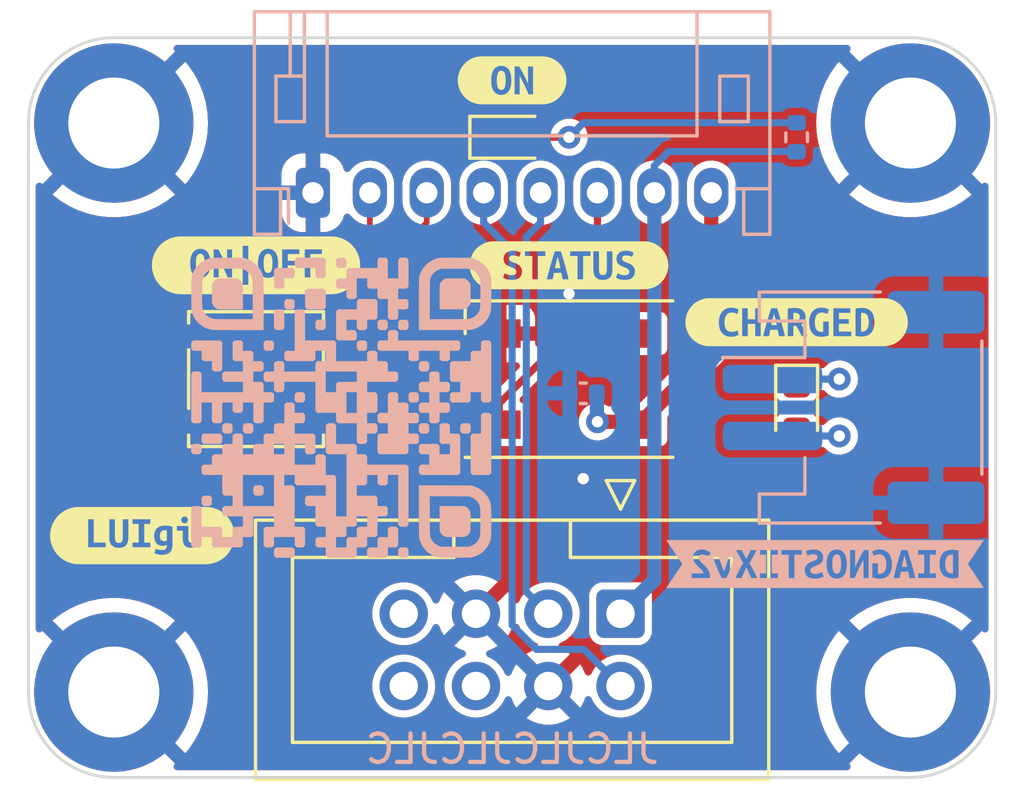
<source format=kicad_pcb>
(kicad_pcb (version 20211014) (generator pcbnew)
  (layers (0 "F.Cu" signal) (31 "B.Cu" signal) (34 "B.Paste" user) (35 "F.Paste" user) (36 "B.SilkS" user "B.Silkscreen") (37 "F.SilkS" user "F.Silkscreen") (38 "B.Mask" user) (39 "F.Mask" user) (44 "Edge.Cuts" user))
  (net 0 "")
  (net 1 "+4V")
  (net 2 "GND")
  (net 3 "/HV_LED-")
  (net 4 "/HV_LED+")
  (net 5 "Net-(D102-Pad2)")
  (net 6 "/LED")
  (net 8 "/SW+")
  (net 9 "/SW-")
  (net 10 "/SCL")
  (net 11 "/SDA")
  (net 12 "+3V3")
  (footprint "kibuzzard-634D60CF" (layer "F.Cu") (at 184 68.5)
    (fp_text reference "kibuzzard-634D60CF" hide)
    (fp_text value "G***" hide)
  )
  (footprint "Button_Switch_SMD:SW_SPST_TL3305A" (layer "F.Cu") (at 175 79 180)
    (fp_text reference "SW101" hide)
    (fp_text value "SW_Push" hide)
    (pad "1" smd rect (at 3.6 -1.5 180) (size 1.6 1.4) (layers "F.Cu" "F.Paste" "F.Mask") (net 9 "/SW-"))
    (pad "1" smd rect (at -3.6 -1.5 180) (size 1.6 1.4) (layers "F.Cu" "F.Paste" "F.Mask") (net 9 "/SW-"))
    (pad "2" smd rect (at 3.6 1.5 180) (size 1.6 1.4) (layers "F.Cu" "F.Paste" "F.Mask") (net 8 "/SW+"))
    (pad "2" smd rect (at -3.6 1.5 180) (size 1.6 1.4) (layers "F.Cu" "F.Paste" "F.Mask") (net 8 "/SW+"))
  )
  (footprint "LED_SMD:LED_SK6812_PLCC4_5.0x5.0mm_P3.2mm" (layer "F.Cu") (at 186 79 180)
    (fp_text reference "D103" hide)
    (fp_text value "SK6812" hide)
    (pad "1" smd rect (at 2.45 1.6 180) (size 1.5 1) (layers "F.Cu" "F.Paste" "F.Mask") (net 2 "GND"))
    (pad "2" smd rect (at 2.45 -1.6 180) (size 1.5 1) (layers "F.Cu" "F.Paste" "F.Mask") (net 6 "/LED"))
    (pad "3" smd rect (at -2.45 -1.6 180) (size 1.5 1) (layers "F.Cu" "F.Paste" "F.Mask") (net 1 "+4V"))
    (pad "4" smd rect (at -2.45 1.6 180) (size 1.5 1) (layers "F.Cu" "F.Paste" "F.Mask"))
  )
  (footprint "kibuzzard-634D607E" (layer "F.Cu") (at 186 75)
    (fp_text reference "kibuzzard-634D607E" hide)
    (fp_text value "G***" hide)
  )
  (footprint "MountingHole:MountingHole_3.2mm_M3_DIN965_Pad" (layer "F.Cu") (at 198 70)
    (fp_text reference "H104" hide)
    (fp_text value "MountingHole_Pad" hide)
    (pad "1" thru_hole circle (at 0 0) (size 5.6 5.6) (drill 3.2) (layers *.Cu *.Mask) (net 2 "GND"))
  )
  (footprint "Connector_IDC:IDC-Header_2x04_P2.54mm_Vertical" (layer "F.Cu") (at 187.81 87.2475 -90)
    (fp_text reference "J103" hide)
    (fp_text value "Conn_02x04_Counter_Clockwise" hide)
    (pad "1" thru_hole roundrect (at 0 0 270) (size 1.7 1.7) (drill 1) (layers *.Cu *.Mask) (roundrect_rratio 0.1470588235) (net 12 "+3V3"))
    (pad "2" thru_hole circle (at 2.54 0 270) (size 1.7 1.7) (drill 1) (layers *.Cu *.Mask) (net 10 "/SCL"))
    (pad "3" thru_hole circle (at 0 2.54 270) (size 1.7 1.7) (drill 1) (layers *.Cu *.Mask) (net 11 "/SDA"))
    (pad "4" thru_hole circle (at 2.54 2.54 270) (size 1.7 1.7) (drill 1) (layers *.Cu *.Mask) (net 2 "GND"))
    (pad "5" thru_hole circle (at 0 5.08 270) (size 1.7 1.7) (drill 1) (layers *.Cu *.Mask) (net 2 "GND"))
    (pad "6" thru_hole circle (at 2.54 5.08 270) (size 1.7 1.7) (drill 1) (layers *.Cu *.Mask))
    (pad "7" thru_hole circle (at 0 7.62 270) (size 1.7 1.7) (drill 1) (layers *.Cu *.Mask))
    (pad "8" thru_hole circle (at 2.54 7.62 270) (size 1.7 1.7) (drill 1) (layers *.Cu *.Mask))
  )
  (footprint "kibuzzard-634D6074" (layer "F.Cu") (at 175 75)
    (fp_text reference "kibuzzard-634D6074" hide)
    (fp_text value "G***" hide)
  )
  (footprint "LED_SMD:LED_0603_1608Metric" (layer "F.Cu") (at 194 80 -90)
    (fp_text reference "D101" hide)
    (fp_text value "LED" hide)
    (pad "1" smd roundrect (at -0.7875 0 270) (size 0.875 0.95) (layers "F.Cu" "F.Paste" "F.Mask") (net 3 "/HV_LED-"))
    (pad "2" smd roundrect (at 0.7875 0 270) (size 0.875 0.95) (layers "F.Cu" "F.Paste" "F.Mask") (net 4 "/HV_LED+"))
  )
  (footprint "MountingHole:MountingHole_3.2mm_M3_DIN965_Pad" (layer "F.Cu") (at 170 70)
    (fp_text reference "H102" hide)
    (fp_text value "MountingHole_Pad" hide)
    (pad "1" thru_hole circle (at 0 0) (size 5.6 5.6) (drill 3.2) (layers *.Cu *.Mask) (net 2 "GND"))
  )
  (footprint "MountingHole:MountingHole_3.2mm_M3_DIN965_Pad" (layer "F.Cu") (at 198 90)
    (fp_text reference "H103" hide)
    (fp_text value "MountingHole_Pad" hide)
    (pad "1" thru_hole circle (at 0 0) (size 5.6 5.6) (drill 3.2) (layers *.Cu *.Mask) (net 2 "GND"))
  )
  (footprint "kibuzzard-634D6139" (layer "F.Cu") (at 171 84.5)
    (fp_text reference "kibuzzard-634D6139" hide)
    (fp_text value "G***" hide)
  )
  (footprint "MountingHole:MountingHole_3.2mm_M3_DIN965_Pad" (layer "F.Cu") (at 170 90)
    (fp_text reference "H101" hide)
    (fp_text value "MountingHole_Pad" hide)
    (pad "1" thru_hole circle (at 0 0) (size 5.6 5.6) (drill 3.2) (layers *.Cu *.Mask) (net 2 "GND"))
  )
  (footprint "LED_SMD:LED_0603_1608Metric" (layer "F.Cu") (at 184 70.5)
    (fp_text reference "D102" hide)
    (fp_text value "LED" hide)
    (pad "1" smd roundrect (at -0.7875 0) (size 0.875 0.95) (layers "F.Cu" "F.Paste" "F.Mask") (net 2 "GND"))
    (pad "2" smd roundrect (at 0.7875 0) (size 0.875 0.95) (layers "F.Cu" "F.Paste" "F.Mask") (net 5 "Net-(D102-Pad2)"))
  )
  (footprint "kibuzzard-634D60B1" (layer "F.Cu") (at 194 77)
    (fp_text reference "kibuzzard-634D60B1" hide)
    (fp_text value "G***" hide)
  )
  (footprint "LOGO" (layer "B.Cu") (at 178 80 180)
    (fp_text reference "G***" hide)
    (fp_text value "LOGO" hide)
  )
  (footprint "Capacitor_SMD:C_0402_1005Metric" (layer "B.Cu") (at 186.5 79.5 180)
    (fp_text reference "C101" hide)
    (fp_text value "100n" hide)
    (pad "1" smd roundrect (at -0.48 0 180) (size 0.56 0.62) (layers "B.Cu" "B.Paste" "B.Mask") (net 1 "+4V"))
    (pad "2" smd roundrect (at 0.48 0 180) (size 0.56 0.62) (layers "B.Cu" "B.Paste" "B.Mask") (net 2 "GND"))
  )
  (footprint "Connector_JST:JST_PH_S8B-PH-K_1x08_P2.00mm_Horizontal" (layer "B.Cu") (at 177 72.45)
    (fp_text reference "J102" hide)
    (fp_text value "Conn_01x08" hide)
    (pad "1" thru_hole roundrect (at 0 0) (size 1.2 1.75) (drill 0.75) (layers *.Cu *.Mask) (roundrect_rratio 0.2083333333) (net 2 "GND"))
    (pad "2" thru_hole oval (at 2 0) (size 1.2 1.75) (drill 0.75) (layers *.Cu *.Mask) (net 8 "/SW+"))
    (pad "3" thru_hole oval (at 4 0) (size 1.2 1.75) (drill 0.75) (layers *.Cu *.Mask) (net 9 "/SW-"))
    (pad "4" thru_hole oval (at 6 0) (size 1.2 1.75) (drill 0.75) (layers *.Cu *.Mask) (net 10 "/SCL"))
    (pad "5" thru_hole oval (at 8 0) (size 1.2 1.75) (drill 0.75) (layers *.Cu *.Mask) (net 11 "/SDA"))
    (pad "6" thru_hole oval (at 10 0) (size 1.2 1.75) (drill 0.75) (layers *.Cu *.Mask) (net 6 "/LED"))
    (pad "7" thru_hole oval (at 12 0) (size 1.2 1.75) (drill 0.75) (layers *.Cu *.Mask) (net 12 "+3V3"))
    (pad "8" thru_hole oval (at 14 0) (size 1.2 1.75) (drill 0.75) (layers *.Cu *.Mask) (net 1 "+4V"))
  )
  (footprint "Connector_JST:JST_PH_S2B-PH-SM4-TB_1x02-1MP_P2.00mm_Horizontal" (layer "B.Cu") (at 196 80 -90)
    (fp_text reference "J101" hide)
    (fp_text value "Conn_01x02_MountingPin" hide)
    (pad "1" smd roundrect (at -1 2.85 270) (size 1 3.5) (layers "B.Cu" "B.Paste" "B.Mask") (net 3 "/HV_LED-"))
    (pad "2" smd roundrect (at 1 2.85 270) (size 1 3.5) (layers "B.Cu" "B.Paste" "B.Mask") (net 4 "/HV_LED+"))
    (pad "MP" smd roundrect (at -3.35 -2.9 270) (size 1.5 3.4) (layers "B.Cu" "B.Paste" "B.Mask") (roundrect_rratio 0.1666673333) (net 2 "GND"))
    (pad "MP" smd roundrect (at 3.35 -2.9 270) (size 1.5 3.4) (layers "B.Cu" "B.Paste" "B.Mask") (roundrect_rratio 0.1666673333) (net 2 "GND"))
  )
  (footprint "kibuzzard-634D6434" (layer "B.Cu") (at 195 85.5 180)
    (fp_text reference "kibuzzard-634D6434" hide)
    (fp_text value "G***" hide)
  )
  (footprint "Resistor_SMD:R_0402_1005Metric" (layer "B.Cu") (at 194 70.5 90)
    (fp_text reference "R101" hide)
    (fp_text value "100R" hide)
    (pad "1" smd roundrect (at -0.51 0 90) (size 0.54 0.64) (layers "B.Cu" "B.Paste" "B.Mask") (net 12 "+3V3"))
    (pad "2" smd roundrect (at 0.51 0 90) (size 0.54 0.64) (layers "B.Cu" "B.Paste" "B.Mask") (net 5 "Net-(D102-Pad2)"))
  )
  (gr_line (start 198 93) (end 170 93) (layer "Edge.Cuts") (width 0.1))
  (gr_line (start 201 70) (end 201 90) (layer "Edge.Cuts") (width 0.1))
  (gr_arc (start 201 90) (mid 200.12132 92.12132) (end 198 93) (layer "Edge.Cuts") (width 0.1))
  (gr_arc (start 167 70) (mid 167.87868 67.87868) (end 170 67) (layer "Edge.Cuts") (width 0.1))
  (gr_line (start 170 67) (end 198 67) (layer "Edge.Cuts") (width 0.1))
  (gr_arc (start 198 67) (mid 200.12132 67.87868) (end 201 70) (layer "Edge.Cuts") (width 0.1))
  (gr_line (start 167 90) (end 167 70) (layer "Edge.Cuts") (width 0.1))
  (gr_arc (start 170 93) (mid 167.87868 92.12132) (end 167 90) (layer "Edge.Cuts") (width 0.1))
  (gr_text "JLCJLCJLCJLC" (at 184 92) (layer "B.SilkS") (effects (font (size 1 1)) (justify mirror)))
  (segment (start 191 78.05) (end 191 72.45) (width 0.5) (layer "F.Cu") (net 1))
  (segment (start 188.35 80.5) (end 188.45 80.6) (width 0.5) (layer "F.Cu") (net 1))
  (segment (start 187 80.5) (end 188.35 80.5) (width 0.5) (layer "F.Cu") (net 1))
  (segment (start 188.45 80.6) (end 191 78.05) (width 0.5) (layer "F.Cu") (net 1))
  (via (at 187 80.5) (size 0.8) (drill 0.4) (layers "F.Cu" "B.Cu") (net 1))
  (segment (start 186.98 80.48) (end 187 80.5) (width 0.5) (layer "B.Cu") (net 1))
  (segment (start 186.98 79.5) (end 186.98 80.48) (width 0.5) (layer "B.Cu") (net 1))
  (via (at 186 76) (size 0.8) (drill 0.4) (layers "F.Cu" "B.Cu") (net 2))
  (via (at 186.5 82.5) (size 0.8) (drill 0.4) (layers "F.Cu" "B.Cu") (net 2))
  (segment (start 195.5 79) (end 194.2125 79) (width 0.25) (layer "F.Cu") (net 3))
  (segment (start 194.2125 79) (end 194 79.2125) (width 0.25) (layer "F.Cu") (net 3))
  (via (at 195.5 79) (size 0.8) (drill 0.4) (layers "F.Cu" "B.Cu") (net 3))
  (segment (start 195.5 79) (end 193.15 79) (width 0.25) (layer "B.Cu") (net 3))
  (segment (start 195.5 81) (end 194.2125 81) (width 0.25) (layer "F.Cu") (net 4))
  (segment (start 194.2125 81) (end 194 80.7875) (width 0.25) (layer "F.Cu") (net 4))
  (via (at 195.5 81) (size 0.8) (drill 0.4) (layers "F.Cu" "B.Cu") (net 4))
  (segment (start 195.5 81) (end 193.15 81) (width 0.25) (layer "B.Cu") (net 4))
  (segment (start 186 70.5) (end 184.7875 70.5) (width 0.25) (layer "F.Cu") (net 5))
  (via (at 186 70.5) (size 0.8) (drill 0.4) (layers "F.Cu" "B.Cu") (net 5))
  (segment (start 186 70.5) (end 186.51 69.99) (width 0.25) (layer "B.Cu") (net 5))
  (segment (start 186.51 69.99) (end 194 69.99) (width 0.25) (layer "B.Cu") (net 5))
  (segment (start 187 76.4) (end 187 72.45) (width 0.25) (layer "F.Cu") (net 6))
  (segment (start 183.55 80.6) (end 183.55 79.85) (width 0.25) (layer "F.Cu") (net 6))
  (segment (start 183.55 79.85) (end 187 76.4) (width 0.25) (layer "F.Cu") (net 6))
  (segment (start 179 72.45) (end 179 77.1) (width 0.2) (layer "F.Cu") (net 8))
  (segment (start 179 77.1) (end 178.6 77.5) (width 0.2) (layer "F.Cu") (net 8))
  (segment (start 178.6 77.5) (end 171.4 77.5) (width 0.2) (layer "F.Cu") (net 8))
  (segment (start 181 73.5) (end 180 74.5) (width 0.2) (layer "F.Cu") (net 9))
  (segment (start 180 79.1) (end 178.6 80.5) (width 0.2) (layer "F.Cu") (net 9))
  (segment (start 180 74.5) (end 180 79.1) (width 0.2) (layer "F.Cu") (net 9))
  (segment (start 171.4 80.5) (end 178.6 80.5) (width 0.2) (layer "F.Cu") (net 9))
  (segment (start 181 72.45) (end 181 73.5) (width 0.2) (layer "F.Cu") (net 9))
  (segment (start 184 87.639201) (end 184.860799 88.5) (width 0.25) (layer "B.Cu") (net 10))
  (segment (start 186.5225 88.5) (end 187.81 89.7875) (width 0.25) (layer "B.Cu") (net 10))
  (segment (start 183 72.45) (end 183 73.5) (width 0.25) (layer "B.Cu") (net 10))
  (segment (start 183 73.5) (end 184 74.5) (width 0.25) (layer "B.Cu") (net 10))
  (segment (start 184 74.5) (end 184 87.639201) (width 0.25) (layer "B.Cu") (net 10))
  (segment (start 184.860799 88.5) (end 186.5225 88.5) (width 0.25) (layer "B.Cu") (net 10))
  (segment (start 184.5 86.4775) (end 185.27 87.2475) (width 0.25) (layer "B.Cu") (net 11))
  (segment (start 185 73.5) (end 184.5 74) (width 0.25) (layer "B.Cu") (net 11))
  (segment (start 184.5 74) (end 184.5 86.4775) (width 0.25) (layer "B.Cu") (net 11))
  (segment (start 185 72.45) (end 185 73.5) (width 0.25) (layer "B.Cu") (net 11))
  (segment (start 189.5 71) (end 193.99 71) (width 0.25) (layer "B.Cu") (net 12))
  (segment (start 187.81 87.2475) (end 189 86.0575) (width 0.5) (layer "B.Cu") (net 12))
  (segment (start 189 71.5) (end 189.5 71) (width 0.25) (layer "B.Cu") (net 12))
  (segment (start 189 72.45) (end 189 71.5) (width 0.25) (layer "B.Cu") (net 12))
  (segment (start 193.99 71) (end 194 71.01) (width 0.25) (layer "B.Cu") (net 12))
  (segment (start 189 86.0575) (end 189 72.45) (width 0.5) (layer "B.Cu") (net 12))
  (zone (net 2) (net_name "GND") (layers F&B.Cu) (connect_pads (clearance 0.254)) (min_thickness 0.254) (fill yes (thermal_gap 0.508) (thermal_bridge_width 0.508))
    (polygon (pts (xy 202 94) (xy 166 94) (xy 166 66) (xy 202 66)))
  )
)
</source>
